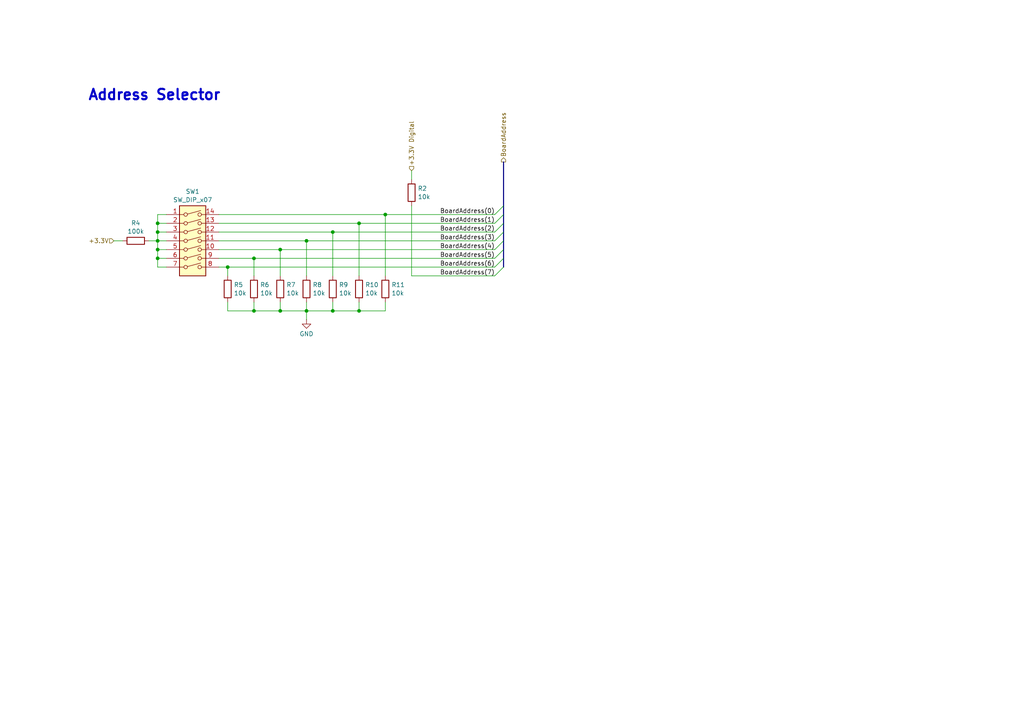
<source format=kicad_sch>
(kicad_sch (version 20250114) (generator "eeschema") (generator_version "9.0")
  (paper "A4")
  (title_block (title "Modular Music Controller – Address Selector") (date "2025-11-02") (rev "1") (company "Dennis Schulmeister-Zimolong"))
  (lib_symbols
    (symbol "Device:R" (pin_numbers (hide yes)) (pin_names (offset 0))
      (property "Reference" "R" (at 2.032 0 90))
      (property "Value" "R" (at 0 0 90))
      (symbol "R_0_1"
        (rectangle (start -1.016 -2.54) (end 1.016 2.54) (stroke (width 0.254)))
      )
      (symbol "R_1_1"
        (pin passive line (at 0 3.81 270) (length 1.27) (name "~") (number "1"))
        (pin passive line (at 0 -3.81 90) (length 1.27) (name "~") (number "2"))
      )
    )
    (symbol "Switch:SW_DIP_x07" (pin_names (offset 0) (hide yes))
      (property "Reference" "SW" (at 0 11.43 0))
      (property "Value" "SW_DIP_x07" (at 0 -11.43 0))
      (symbol "SW_DIP_x07_0_0"
        (circle (center -2.032 7.62) (radius 0.508))
        (circle (center -2.032 5.08) (radius 0.508))
        (circle (center -2.032 2.54) (radius 0.508))
        (circle (center -2.032 0) (radius 0.508))
        (circle (center -2.032 -2.54) (radius 0.508))
        (circle (center -2.032 -5.08) (radius 0.508))
        (circle (center -2.032 -7.62) (radius 0.508))
        (polyline (pts (xy -1.524 7.747) (xy 2.3622 8.7884)))
        (polyline (pts (xy -1.524 5.207) (xy 2.3622 6.2484)))
        (polyline (pts (xy -1.524 2.667) (xy 2.3622 3.7084)))
        (polyline (pts (xy -1.524 0.127) (xy 2.3622 1.1684)))
        (polyline (pts (xy -1.524 -2.413) (xy 2.3622 -1.3716)))
        (polyline (pts (xy -1.524 -4.9276) (xy 2.3622 -3.8862)))
        (polyline (pts (xy -1.524 -7.4676) (xy 2.3622 -6.4262)))
        (circle (center 2.032 7.62) (radius 0.508))
        (circle (center 2.032 5.08) (radius 0.508))
        (circle (center 2.032 2.54) (radius 0.508))
        (circle (center 2.032 0) (radius 0.508))
        (circle (center 2.032 -2.54) (radius 0.508))
        (circle (center 2.032 -5.08) (radius 0.508))
        (circle (center 2.032 -7.62) (radius 0.508))
      )
      (symbol "SW_DIP_x07_0_1"
        (rectangle (start -3.81 10.16) (end 3.81 -10.16) (stroke (width 0.254)) (fill (type background)))
      )
      (symbol "SW_DIP_x07_1_1"
        (pin passive line (at -7.62 7.62 0) (length 5.08) (name "~") (number "1"))
        (pin passive line (at -7.62 5.08 0) (length 5.08) (name "~") (number "2"))
        (pin passive line (at -7.62 2.54 0) (length 5.08) (name "~") (number "3"))
        (pin passive line (at -7.62 0 0) (length 5.08) (name "~") (number "4"))
        (pin passive line (at -7.62 -2.54 0) (length 5.08) (name "~") (number "5"))
        (pin passive line (at -7.62 -5.08 0) (length 5.08) (name "~") (number "6"))
        (pin passive line (at -7.62 -7.62 0) (length 5.08) (name "~") (number "7"))
        (pin passive line (at 7.62 7.62 180) (length 5.08) (name "~") (number "14"))
        (pin passive line (at 7.62 5.08 180) (length 5.08) (name "~") (number "13"))
        (pin passive line (at 7.62 2.54 180) (length 5.08) (name "~") (number "12"))
        (pin passive line (at 7.62 0 180) (length 5.08) (name "~") (number "11"))
        (pin passive line (at 7.62 -2.54 180) (length 5.08) (name "~") (number "10"))
        (pin passive line (at 7.62 -5.08 180) (length 5.08) (name "~") (number "9"))
        (pin passive line (at 7.62 -7.62 180) (length 5.08) (name "~") (number "8"))
      )
    )
    (symbol "power:GND" (power) (pin_numbers (hide yes)) (pin_names (offset 0) (hide yes))
      (property "Value" "GND" (at 0 -3.81 0))
      (symbol "GND_0_1"
        (polyline (pts (xy 0 0) (xy 0 -1.27) (xy 1.27 -1.27) (xy 0 -2.54) (xy -1.27 -1.27) (xy 0 -1.27)))
      )
      (symbol "GND_1_1"
        (pin power_in line (at 0 0 270) (length 0) (name "~") (number "1"))
      )
    )
  )
  (text "Address Selector" (at 25.4 25.908 0) (effects (font (size 3 3) (thickness 0.6) (bold yes)) (justify left top)))
  (junction (at 96.52 67.31))
  (junction (at 88.9 69.85))
  (junction (at 81.28 90.17))
  (junction (at 111.76 62.23))
  (junction (at 88.9 90.17))
  (junction (at 104.14 64.77))
  (junction (at 45.72 67.31))
  (junction (at 81.28 72.39))
  (junction (at 66.04 77.47))
  (junction (at 73.66 90.17))
  (junction (at 45.72 74.93))
  (junction (at 96.52 90.17))
  (junction (at 104.14 90.17))
  (junction (at 45.72 69.85))
  (junction (at 73.66 74.93))
  (junction (at 45.72 72.39))
  (junction (at 45.72 64.77))
  (bus_entry (at 143.51 77.47) (size 2.54 -2.54))
  (bus_entry (at 143.51 80.01) (size 2.54 -2.54))
  (bus_entry (at 143.51 74.93) (size 2.54 -2.54))
  (bus_entry (at 143.51 64.77) (size 2.54 -2.54))
  (bus_entry (at 143.51 62.23) (size 2.54 -2.54))
  (bus_entry (at 143.51 67.31) (size 2.54 -2.54))
  (bus_entry (at 143.51 69.85) (size 2.54 -2.54))
  (bus_entry (at 143.51 72.39) (size 2.54 -2.54))
  (wire (pts (xy 45.72 72.39) (xy 45.72 69.85)))
  (wire (pts (xy 63.5 64.77) (xy 104.14 64.77)))
  (wire (pts (xy 43.18 69.85) (xy 45.72 69.85)))
  (wire (pts (xy 33.02 69.85) (xy 35.56 69.85)))
  (wire (pts (xy 119.38 49.53) (xy 119.38 52.07)))
  (wire (pts (xy 48.26 64.77) (xy 45.72 64.77)))
  (wire (pts (xy 73.66 90.17) (xy 81.28 90.17)))
  (bus (pts (xy 146.05 59.69) (xy 146.05 62.23)))
  (wire (pts (xy 88.9 90.17) (xy 88.9 92.71)))
  (wire (pts (xy 45.72 77.47) (xy 45.72 74.93)))
  (wire (pts (xy 88.9 69.85) (xy 143.51 69.85)))
  (wire (pts (xy 45.72 69.85) (xy 48.26 69.85)))
  (wire (pts (xy 88.9 87.63) (xy 88.9 90.17)))
  (wire (pts (xy 63.5 74.93) (xy 73.66 74.93)))
  (wire (pts (xy 63.5 69.85) (xy 88.9 69.85)))
  (wire (pts (xy 45.72 64.77) (xy 45.72 67.31)))
  (wire (pts (xy 48.26 77.47) (xy 45.72 77.47)))
  (wire (pts (xy 66.04 77.47) (xy 143.51 77.47)))
  (wire (pts (xy 73.66 87.63) (xy 73.66 90.17)))
  (bus (pts (xy 146.05 69.85) (xy 146.05 72.39)))
  (bus (pts (xy 146.05 62.23) (xy 146.05 64.77)))
  (bus (pts (xy 146.05 72.39) (xy 146.05 74.93)))
  (wire (pts (xy 111.76 87.63) (xy 111.76 90.17)))
  (wire (pts (xy 96.52 90.17) (xy 88.9 90.17)))
  (wire (pts (xy 48.26 62.23) (xy 45.72 62.23)))
  (wire (pts (xy 119.38 80.01) (xy 119.38 59.69)))
  (wire (pts (xy 73.66 74.93) (xy 73.66 80.01)))
  (wire (pts (xy 63.5 77.47) (xy 66.04 77.47)))
  (wire (pts (xy 45.72 67.31) (xy 45.72 69.85)))
  (bus (pts (xy 146.05 46.99) (xy 146.05 59.69)))
  (bus (pts (xy 146.05 64.77) (xy 146.05 67.31)))
  (wire (pts (xy 81.28 72.39) (xy 143.51 72.39)))
  (wire (pts (xy 81.28 90.17) (xy 88.9 90.17)))
  (wire (pts (xy 45.72 62.23) (xy 45.72 64.77)))
  (wire (pts (xy 96.52 67.31) (xy 143.51 67.31)))
  (wire (pts (xy 48.26 67.31) (xy 45.72 67.31)))
  (wire (pts (xy 73.66 74.93) (xy 143.51 74.93)))
  (bus (pts (xy 146.05 74.93) (xy 146.05 77.47)))
  (wire (pts (xy 111.76 62.23) (xy 111.76 80.01)))
  (wire (pts (xy 96.52 87.63) (xy 96.52 90.17)))
  (wire (pts (xy 81.28 72.39) (xy 81.28 80.01)))
  (wire (pts (xy 111.76 62.23) (xy 143.51 62.23)))
  (wire (pts (xy 63.5 62.23) (xy 111.76 62.23)))
  (wire (pts (xy 104.14 64.77) (xy 104.14 80.01)))
  (wire (pts (xy 48.26 74.93) (xy 45.72 74.93)))
  (wire (pts (xy 63.5 72.39) (xy 81.28 72.39)))
  (wire (pts (xy 104.14 64.77) (xy 143.51 64.77)))
  (wire (pts (xy 66.04 87.63) (xy 66.04 90.17)))
  (wire (pts (xy 81.28 87.63) (xy 81.28 90.17)))
  (wire (pts (xy 96.52 67.31) (xy 96.52 80.01)))
  (wire (pts (xy 66.04 77.47) (xy 66.04 80.01)))
  (wire (pts (xy 104.14 90.17) (xy 111.76 90.17)))
  (wire (pts (xy 104.14 87.63) (xy 104.14 90.17)))
  (wire (pts (xy 48.26 72.39) (xy 45.72 72.39)))
  (wire (pts (xy 63.5 67.31) (xy 96.52 67.31)))
  (bus (pts (xy 146.05 67.31) (xy 146.05 69.85)))
  (wire (pts (xy 119.38 80.01) (xy 143.51 80.01)))
  (wire (pts (xy 96.52 90.17) (xy 104.14 90.17)))
  (wire (pts (xy 66.04 90.17) (xy 73.66 90.17)))
  (wire (pts (xy 45.72 74.93) (xy 45.72 72.39)))
  (wire (pts (xy 88.9 69.85) (xy 88.9 80.01)))
  (label "BoardAddress(2)" (at 143.51 67.31 180))
  (label "BoardAddress(3)" (at 143.51 69.85 180))
  (label "BoardAddress(0)" (at 143.51 62.23 180))
  (label "BoardAddress(1)" (at 143.51 64.77 180))
  (label "BoardAddress(7)" (at 143.51 80.01 180))
  (label "BoardAddress(4)" (at 143.51 72.39 180))
  (label "BoardAddress(5)" (at 143.51 74.93 180))
  (label "BoardAddress(6)" (at 143.51 77.47 180))
  (hierarchical_label "BoardAddress" (shape output) (at 146.05 46.99 90))
  (hierarchical_label "+3.3V" (shape input) (at 33.02 69.85 180))
  (hierarchical_label "+3.3V Digital" (shape input) (at 119.38 49.53 90))
  (symbol (lib_id "Device:R") (at 88.9 83.82 0) (unit 1)
    (property "Reference" "R8" (at 90.678 82.6078 0) (effects (justify left)))
    (property "Value" "10k" (at 90.678 85.0321 0) (effects (justify left)))
    (property "Description" "Resistor" (effects (hide yes)))
  )
  (symbol (lib_id "Device:R") (at 111.76 83.82 0) (unit 1)
    (property "Reference" "R11" (at 113.538 82.6078 0) (effects (justify left)))
    (property "Value" "10k" (at 113.538 85.0321 0) (effects (justify left)))
    (property "Description" "Resistor" (effects (hide yes)))
  )
  (symbol (lib_id "Switch:SW_DIP_x07") (at 55.88 69.85 0) (unit 1)
    (property "Reference" "SW1" (at 55.88 55.5455 0))
    (property "Value" "SW_DIP_x07" (at 55.88 57.9698 0))
    (property "Description" "7x DIP Switch, Single Pole Single Throw (SPST) switch, small symbol" (effects (hide yes)))
  )
  (symbol (lib_id "Device:R") (at 81.28 83.82 0) (unit 1)
    (property "Reference" "R7" (at 83.058 82.6078 0) (effects (justify left)))
    (property "Value" "10k" (at 83.058 85.0321 0) (effects (justify left)))
    (property "Description" "Resistor" (effects (hide yes)))
  )
  (symbol (lib_id "Device:R") (at 119.38 55.88 0) (unit 1)
    (property "Reference" "R2" (at 121.158 54.6678 0) (effects (justify left)))
    (property "Value" "10k" (at 121.158 57.0921 0) (effects (justify left)))
    (property "Description" "Resistor" (effects (hide yes)))
  )
  (symbol (lib_id "Device:R") (at 96.52 83.82 0) (unit 1)
    (property "Reference" "R9" (at 98.298 82.6078 0) (effects (justify left)))
    (property "Value" "10k" (at 98.298 85.0321 0) (effects (justify left)))
    (property "Description" "Resistor" (effects (hide yes)))
  )
  (symbol (lib_id "power:GND") (at 88.9 92.71 0) (unit 1)
    (property "Reference" "#PWR08" (effects (hide yes)))
    (property "Value" "GND" (at 88.9 96.8431 0))
    (property "Description" "Power symbol creates a global label with name \"GND\" , ground" (effects (hide yes)))
  )
  (symbol (lib_id "Device:R") (at 66.04 83.82 0) (unit 1)
    (property "Reference" "R5" (at 67.818 82.6078 0) (effects (justify left)))
    (property "Value" "10k" (at 67.818 85.0321 0) (effects (justify left)))
    (property "Description" "Resistor" (effects (hide yes)))
  )
  (symbol (lib_id "Device:R") (at 39.37 69.85 90) (unit 1)
    (property "Reference" "R4" (at 39.37 64.6895 90))
    (property "Value" "100k" (at 39.37 67.1138 90))
    (property "Description" "Resistor" (effects (hide yes)))
  )
  (symbol (lib_id "Device:R") (at 104.14 83.82 0) (unit 1)
    (property "Reference" "R10" (at 105.918 82.6078 0) (effects (justify left)))
    (property "Value" "10k" (at 105.918 85.0321 0) (effects (justify left)))
    (property "Description" "Resistor" (effects (hide yes)))
  )
  (symbol (lib_id "Device:R") (at 73.66 83.82 0) (unit 1)
    (property "Reference" "R6" (at 75.438 82.6078 0) (effects (justify left)))
    (property "Value" "10k" (at 75.438 85.0321 0) (effects (justify left)))
    (property "Description" "Resistor" (effects (hide yes)))
  )
)
</source>
